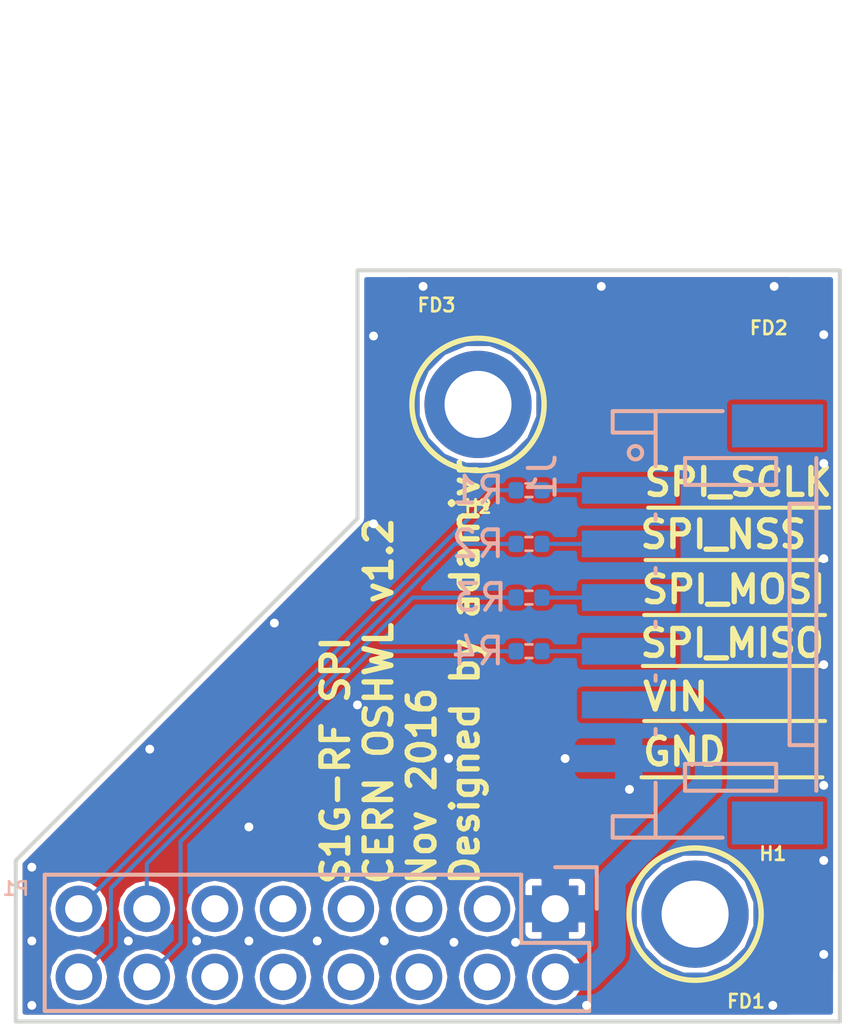
<source format=kicad_pcb>
(kicad_pcb (version 20160815) (host pcbnew "(2016-11-06 revision 9ab7cfe)-makepkg")

  (general
    (links 10)
    (no_connects 9)
    (area 87.174999 33.924999 118.075001 62.075001)
    (thickness 1.6)
    (drawings 20)
    (tracks 113)
    (zones 0)
    (modules 11)
    (nets 26)
  )

  (page A4)
  (layers
    (0 F.Cu signal)
    (31 B.Cu signal)
    (32 B.Adhes user)
    (33 F.Adhes user)
    (34 B.Paste user)
    (35 F.Paste user)
    (36 B.SilkS user)
    (37 F.SilkS user)
    (38 B.Mask user)
    (39 F.Mask user)
    (40 Dwgs.User user)
    (41 Cmts.User user)
    (42 Eco1.User user)
    (43 Eco2.User user)
    (44 Edge.Cuts user)
    (45 Margin user)
    (46 B.CrtYd user)
    (47 F.CrtYd user)
    (48 B.Fab user hide)
    (49 F.Fab user hide)
  )

  (setup
    (last_trace_width 1.016)
    (user_trace_width 0.1524)
    (user_trace_width 0.1778)
    (user_trace_width 0.508)
    (user_trace_width 0.635)
    (user_trace_width 1.016)
    (trace_clearance 0.1524)
    (zone_clearance 0.1778)
    (zone_45_only no)
    (trace_min 0.1524)
    (segment_width 0.15)
    (edge_width 0.15)
    (via_size 0.635)
    (via_drill 0.3302)
    (via_min_size 0.635)
    (via_min_drill 0.3302)
    (user_via 0.635 0.3302)
    (uvia_size 0.3)
    (uvia_drill 0.1)
    (uvias_allowed no)
    (uvia_min_size 0.2)
    (uvia_min_drill 0.1)
    (pcb_text_width 0.3)
    (pcb_text_size 1.5 1.5)
    (mod_edge_width 0.15)
    (mod_text_size 0.5 0.5)
    (mod_text_width 0.1)
    (pad_size 1.524 1.524)
    (pad_drill 0.762)
    (pad_to_mask_clearance 0.2)
    (aux_axis_origin 0 0)
    (visible_elements 7FFFFFFF)
    (pcbplotparams
      (layerselection 0x00030_ffffffff)
      (usegerberextensions false)
      (excludeedgelayer true)
      (linewidth 0.100000)
      (plotframeref false)
      (viasonmask false)
      (mode 1)
      (useauxorigin false)
      (hpglpennumber 1)
      (hpglpenspeed 20)
      (hpglpendiameter 15)
      (psnegative false)
      (psa4output false)
      (plotreference true)
      (plotvalue true)
      (plotinvisibletext false)
      (padsonsilk false)
      (subtractmaskfromsilk false)
      (outputformat 1)
      (mirror false)
      (drillshape 1)
      (scaleselection 1)
      (outputdirectory ""))
  )

  (net 0 "")
  (net 1 GND)
  (net 2 /VIN)
  (net 3 /USART1_TX)
  (net 4 /USART1_RX)
  (net 5 "Net-(P1-Pad10)")
  (net 6 "Net-(P1-Pad9)")
  (net 7 "Net-(P1-Pad8)")
  (net 8 "Net-(P1-Pad7)")
  (net 9 /SPI2_MISO)
  (net 10 /SPI2_MOSI)
  (net 11 /SPI2_NSS)
  (net 12 /SPI2_SCLK)
  (net 13 "Net-(P1-Pad12)")
  (net 14 "Net-(P1-Pad11)")
  (net 15 "Net-(P1-Pad4)")
  (net 16 "Net-(P1-Pad3)")
  (net 17 "Net-(H1-Pad1)")
  (net 18 "Net-(H2-Pad1)")
  (net 19 "Net-(FD1-Pad1)")
  (net 20 "Net-(FD2-Pad1)")
  (net 21 "Net-(FD3-Pad1)")
  (net 22 "Net-(J1-Pad4)")
  (net 23 "Net-(J1-Pad3)")
  (net 24 "Net-(J1-Pad2)")
  (net 25 "Net-(J1-Pad1)")

  (net_class Default "This is the default net class."
    (clearance 0.1524)
    (trace_width 0.1524)
    (via_dia 0.635)
    (via_drill 0.3302)
    (uvia_dia 0.3)
    (uvia_drill 0.1)
    (diff_pair_gap 0.254)
    (diff_pair_width 0.1524)
    (add_net /SPI2_MISO)
    (add_net /SPI2_MOSI)
    (add_net /SPI2_NSS)
    (add_net /SPI2_SCLK)
    (add_net /USART1_RX)
    (add_net /USART1_TX)
    (add_net /VIN)
    (add_net GND)
    (add_net "Net-(FD1-Pad1)")
    (add_net "Net-(FD2-Pad1)")
    (add_net "Net-(FD3-Pad1)")
    (add_net "Net-(H1-Pad1)")
    (add_net "Net-(H2-Pad1)")
    (add_net "Net-(J1-Pad1)")
    (add_net "Net-(J1-Pad2)")
    (add_net "Net-(J1-Pad3)")
    (add_net "Net-(J1-Pad4)")
    (add_net "Net-(P1-Pad10)")
    (add_net "Net-(P1-Pad11)")
    (add_net "Net-(P1-Pad12)")
    (add_net "Net-(P1-Pad3)")
    (add_net "Net-(P1-Pad4)")
    (add_net "Net-(P1-Pad7)")
    (add_net "Net-(P1-Pad8)")
    (add_net "Net-(P1-Pad9)")
  )

  (module PCB_Footprints:R0402 (layer B.Cu) (tedit 582A58F8) (tstamp 582A6D93)
    (at 106.4 48.2 180)
    (path /582B1B9A)
    (fp_text reference R4 (at 1.9 0 180) (layer B.SilkS)
      (effects (font (size 1 1) (thickness 0.15)) (justify mirror))
    )
    (fp_text value TNPW0402100RBEED (at 0 1.524 180) (layer B.Fab)
      (effects (font (size 1 1) (thickness 0.15)) (justify mirror))
    )
    (fp_line (start -0.127 0.254) (end 0.127 0.254) (layer B.SilkS) (width 0.1))
    (fp_line (start -0.127 -0.254) (end 0.127 -0.254) (layer B.SilkS) (width 0.1))
    (fp_line (start -0.965 -0.508) (end 0.965 -0.508) (layer Dwgs.User) (width 0.05))
    (fp_line (start -0.965 0.483) (end -0.965 -0.508) (layer Dwgs.User) (width 0.05))
    (fp_line (start 0.965 0.483) (end 0.965 -0.508) (layer Dwgs.User) (width 0.05))
    (fp_line (start -0.965 0.483) (end 0.965 0.483) (layer Dwgs.User) (width 0.05))
    (fp_line (start 0 0.127) (end 0 -0.127) (layer Dwgs.User) (width 0.05))
    (fp_line (start -0.127 0) (end 0.127 0) (layer Dwgs.User) (width 0.05))
    (fp_line (start 0.5 0.29) (end -0.5 0.29) (layer Eco1.User) (width 0.05))
    (fp_line (start 0.5 -0.29) (end 0.5 0.29) (layer Eco1.User) (width 0.05))
    (fp_line (start -0.5 -0.29) (end 0.5 -0.29) (layer Eco1.User) (width 0.05))
    (fp_line (start -0.5 0.29) (end -0.5 -0.29) (layer Eco1.User) (width 0.05))
    (pad 1 smd roundrect (at -0.483 0 180) (size 0.559 0.61) (layers B.Cu B.Paste B.Mask)(roundrect_rratio 0.25)
      (net 22 "Net-(J1-Pad4)") (solder_mask_margin 0.102))
    (pad 2 smd roundrect (at 0.483 0 180) (size 0.559 0.61) (layers B.Cu B.Paste B.Mask)(roundrect_rratio 0.25)
      (net 9 /SPI2_MISO) (solder_mask_margin 0.102))
    (model C:/Users/adam/Documents/GitHub/footprints/3D/STEP/RES0402.stp
      (at (xyz 0 0 0))
      (scale (xyz 1 1 1))
      (rotate (xyz 0 0 0))
    )
  )

  (module PCB_Footprints:R0402 (layer B.Cu) (tedit 582A58F5) (tstamp 582A6D5F)
    (at 106.4 46.2 180)
    (path /582B1F74)
    (fp_text reference R3 (at 1.8 0 180) (layer B.SilkS)
      (effects (font (size 1 1) (thickness 0.15)) (justify mirror))
    )
    (fp_text value TNPW0402100RBEED (at 0 1.524 180) (layer B.Fab)
      (effects (font (size 1 1) (thickness 0.15)) (justify mirror))
    )
    (fp_line (start -0.5 0.29) (end -0.5 -0.29) (layer Eco1.User) (width 0.05))
    (fp_line (start -0.5 -0.29) (end 0.5 -0.29) (layer Eco1.User) (width 0.05))
    (fp_line (start 0.5 -0.29) (end 0.5 0.29) (layer Eco1.User) (width 0.05))
    (fp_line (start 0.5 0.29) (end -0.5 0.29) (layer Eco1.User) (width 0.05))
    (fp_line (start -0.127 0) (end 0.127 0) (layer Dwgs.User) (width 0.05))
    (fp_line (start 0 0.127) (end 0 -0.127) (layer Dwgs.User) (width 0.05))
    (fp_line (start -0.965 0.483) (end 0.965 0.483) (layer Dwgs.User) (width 0.05))
    (fp_line (start 0.965 0.483) (end 0.965 -0.508) (layer Dwgs.User) (width 0.05))
    (fp_line (start -0.965 0.483) (end -0.965 -0.508) (layer Dwgs.User) (width 0.05))
    (fp_line (start -0.965 -0.508) (end 0.965 -0.508) (layer Dwgs.User) (width 0.05))
    (fp_line (start -0.127 -0.254) (end 0.127 -0.254) (layer B.SilkS) (width 0.1))
    (fp_line (start -0.127 0.254) (end 0.127 0.254) (layer B.SilkS) (width 0.1))
    (pad 2 smd roundrect (at 0.483 0 180) (size 0.559 0.61) (layers B.Cu B.Paste B.Mask)(roundrect_rratio 0.25)
      (net 10 /SPI2_MOSI) (solder_mask_margin 0.102))
    (pad 1 smd roundrect (at -0.483 0 180) (size 0.559 0.61) (layers B.Cu B.Paste B.Mask)(roundrect_rratio 0.25)
      (net 23 "Net-(J1-Pad3)") (solder_mask_margin 0.102))
    (model C:/Users/adam/Documents/GitHub/footprints/3D/STEP/RES0402.stp
      (at (xyz 0 0 0))
      (scale (xyz 1 1 1))
      (rotate (xyz 0 0 0))
    )
  )

  (module PCB_Footprints:R0402 (layer B.Cu) (tedit 582A58F1) (tstamp 582A6D2B)
    (at 106.4 44.2 180)
    (path /582B209D)
    (fp_text reference R2 (at 1.9 0 180) (layer B.SilkS)
      (effects (font (size 1 1) (thickness 0.15)) (justify mirror))
    )
    (fp_text value TNPW0402100RBEED (at 0 1.524 180) (layer B.Fab)
      (effects (font (size 1 1) (thickness 0.15)) (justify mirror))
    )
    (fp_line (start -0.127 0.254) (end 0.127 0.254) (layer B.SilkS) (width 0.1))
    (fp_line (start -0.127 -0.254) (end 0.127 -0.254) (layer B.SilkS) (width 0.1))
    (fp_line (start -0.965 -0.508) (end 0.965 -0.508) (layer Dwgs.User) (width 0.05))
    (fp_line (start -0.965 0.483) (end -0.965 -0.508) (layer Dwgs.User) (width 0.05))
    (fp_line (start 0.965 0.483) (end 0.965 -0.508) (layer Dwgs.User) (width 0.05))
    (fp_line (start -0.965 0.483) (end 0.965 0.483) (layer Dwgs.User) (width 0.05))
    (fp_line (start 0 0.127) (end 0 -0.127) (layer Dwgs.User) (width 0.05))
    (fp_line (start -0.127 0) (end 0.127 0) (layer Dwgs.User) (width 0.05))
    (fp_line (start 0.5 0.29) (end -0.5 0.29) (layer Eco1.User) (width 0.05))
    (fp_line (start 0.5 -0.29) (end 0.5 0.29) (layer Eco1.User) (width 0.05))
    (fp_line (start -0.5 -0.29) (end 0.5 -0.29) (layer Eco1.User) (width 0.05))
    (fp_line (start -0.5 0.29) (end -0.5 -0.29) (layer Eco1.User) (width 0.05))
    (pad 1 smd roundrect (at -0.483 0 180) (size 0.559 0.61) (layers B.Cu B.Paste B.Mask)(roundrect_rratio 0.25)
      (net 24 "Net-(J1-Pad2)") (solder_mask_margin 0.102))
    (pad 2 smd roundrect (at 0.483 0 180) (size 0.559 0.61) (layers B.Cu B.Paste B.Mask)(roundrect_rratio 0.25)
      (net 11 /SPI2_NSS) (solder_mask_margin 0.102))
    (model C:/Users/adam/Documents/GitHub/footprints/3D/STEP/RES0402.stp
      (at (xyz 0 0 0))
      (scale (xyz 1 1 1))
      (rotate (xyz 0 0 0))
    )
  )

  (module PCB_Footprints:R0402 (layer B.Cu) (tedit 582A58EF) (tstamp 582A6CF7)
    (at 106.4 42.2 180)
    (path /582B20B4)
    (fp_text reference R1 (at 1.9 0 180) (layer B.SilkS)
      (effects (font (size 1 1) (thickness 0.15)) (justify mirror))
    )
    (fp_text value TNPW0402100RBEED (at 0 1.524 180) (layer B.Fab)
      (effects (font (size 1 1) (thickness 0.15)) (justify mirror))
    )
    (fp_line (start -0.5 0.29) (end -0.5 -0.29) (layer Eco1.User) (width 0.05))
    (fp_line (start -0.5 -0.29) (end 0.5 -0.29) (layer Eco1.User) (width 0.05))
    (fp_line (start 0.5 -0.29) (end 0.5 0.29) (layer Eco1.User) (width 0.05))
    (fp_line (start 0.5 0.29) (end -0.5 0.29) (layer Eco1.User) (width 0.05))
    (fp_line (start -0.127 0) (end 0.127 0) (layer Dwgs.User) (width 0.05))
    (fp_line (start 0 0.127) (end 0 -0.127) (layer Dwgs.User) (width 0.05))
    (fp_line (start -0.965 0.483) (end 0.965 0.483) (layer Dwgs.User) (width 0.05))
    (fp_line (start 0.965 0.483) (end 0.965 -0.508) (layer Dwgs.User) (width 0.05))
    (fp_line (start -0.965 0.483) (end -0.965 -0.508) (layer Dwgs.User) (width 0.05))
    (fp_line (start -0.965 -0.508) (end 0.965 -0.508) (layer Dwgs.User) (width 0.05))
    (fp_line (start -0.127 -0.254) (end 0.127 -0.254) (layer B.SilkS) (width 0.1))
    (fp_line (start -0.127 0.254) (end 0.127 0.254) (layer B.SilkS) (width 0.1))
    (pad 2 smd roundrect (at 0.483 0 180) (size 0.559 0.61) (layers B.Cu B.Paste B.Mask)(roundrect_rratio 0.25)
      (net 12 /SPI2_SCLK) (solder_mask_margin 0.102))
    (pad 1 smd roundrect (at -0.483 0 180) (size 0.559 0.61) (layers B.Cu B.Paste B.Mask)(roundrect_rratio 0.25)
      (net 25 "Net-(J1-Pad1)") (solder_mask_margin 0.102))
    (model C:/Users/adam/Documents/GitHub/footprints/3D/STEP/RES0402.stp
      (at (xyz 0 0 0))
      (scale (xyz 1 1 1))
      (rotate (xyz 0 0 0))
    )
  )

  (module "PCB_Footprints:S6B-PH-SM4-TB(LF)(SN)" (layer B.Cu) (tedit 58291C48) (tstamp 582A5581)
    (at 112.9 47.2 270)
    (descr http://www.jst-mfg.com/product/pdf/eng/ePH.pdf)
    (tags "connector jst ph")
    (path /58296331)
    (attr smd)
    (fp_text reference J1 (at -5.5 6 270) (layer B.SilkS)
      (effects (font (size 1 1) (thickness 0.15)) (justify mirror))
    )
    (fp_text value "S6B-PH-SM4-TB(LF)(SN)" (at 0 -6 270) (layer B.Fab)
      (effects (font (size 1 1) (thickness 0.15)) (justify mirror))
    )
    (fp_line (start 8.7 -5) (end -8.7 -5) (layer B.CrtYd) (width 0.05))
    (fp_line (start 8.7 5.05) (end 8.7 -5) (layer B.CrtYd) (width 0.05))
    (fp_line (start -8.7 5.05) (end 8.7 5.05) (layer B.CrtYd) (width 0.05))
    (fp_line (start -8.7 -5) (end -8.7 5.05) (layer B.CrtYd) (width 0.05))
    (fp_line (start 3.9 1.775) (end 4.1 1.775) (layer B.SilkS) (width 0.15))
    (fp_line (start 1.9 1.775) (end 2.1 1.775) (layer B.SilkS) (width 0.15))
    (fp_line (start -0.1 1.775) (end 0.1 1.775) (layer B.SilkS) (width 0.15))
    (fp_line (start -2.1 1.775) (end -1.9 1.775) (layer B.SilkS) (width 0.15))
    (fp_line (start -4.1 1.775) (end -3.9 1.775) (layer B.SilkS) (width 0.15))
    (fp_line (start 5.2 0.675) (end 6.2 0.675) (layer B.SilkS) (width 0.15))
    (fp_line (start 5.2 -2.725) (end 5.2 0.675) (layer B.SilkS) (width 0.15))
    (fp_line (start 6.2 -2.725) (end 5.2 -2.725) (layer B.SilkS) (width 0.15))
    (fp_line (start 6.2 0.675) (end 6.2 -2.725) (layer B.SilkS) (width 0.15))
    (fp_line (start -5.2 0.675) (end -6.2 0.675) (layer B.SilkS) (width 0.15))
    (fp_line (start -5.2 -2.725) (end -5.2 0.675) (layer B.SilkS) (width 0.15))
    (fp_line (start -6.2 -2.725) (end -5.2 -2.725) (layer B.SilkS) (width 0.15))
    (fp_line (start -6.2 0.675) (end -6.2 -2.725) (layer B.SilkS) (width 0.15))
    (fp_line (start -6.2 -4.225) (end 6.2 -4.225) (layer B.SilkS) (width 0.15))
    (fp_line (start 7.15 1.775) (end 7.95 1.775) (layer B.SilkS) (width 0.15))
    (fp_line (start 7.95 3.375) (end 7.95 -0.725) (layer B.SilkS) (width 0.15))
    (fp_line (start 7.15 3.375) (end 7.95 3.375) (layer B.SilkS) (width 0.15))
    (fp_line (start 7.15 1.775) (end 7.15 3.375) (layer B.SilkS) (width 0.15))
    (fp_line (start 5.9 1.775) (end 7.15 1.775) (layer B.SilkS) (width 0.15))
    (fp_line (start -7.15 1.775) (end -7.95 1.775) (layer B.SilkS) (width 0.15))
    (fp_line (start -7.95 3.375) (end -7.95 -0.725) (layer B.SilkS) (width 0.15))
    (fp_line (start -7.15 3.375) (end -7.95 3.375) (layer B.SilkS) (width 0.15))
    (fp_line (start -7.15 1.775) (end -7.15 3.375) (layer B.SilkS) (width 0.15))
    (fp_line (start -5.9 1.775) (end -7.15 1.775) (layer B.SilkS) (width 0.15))
    (fp_line (start 4.5 -3.225) (end 4.5 -4.225) (layer B.SilkS) (width 0.15))
    (fp_line (start -4.5 -3.225) (end 4.5 -3.225) (layer B.SilkS) (width 0.15))
    (fp_line (start -4.5 -4.225) (end -4.5 -3.225) (layer B.SilkS) (width 0.15))
    (fp_circle (center -6.4 2.525) (end -6.15 2.525) (layer B.SilkS) (width 0.15))
    (pad "" smd rect (at 7.4 -2.775 270) (size 1.6 3.4) (layers B.Cu B.Paste B.Mask))
    (pad "" smd rect (at -7.4 -2.775 270) (size 1.6 3.4) (layers B.Cu B.Paste B.Mask))
    (pad 6 smd rect (at 5 2.775 270) (size 1 3.5) (layers B.Cu B.Paste B.Mask)
      (net 1 GND))
    (pad 5 smd rect (at 3 2.775 270) (size 1 3.5) (layers B.Cu B.Paste B.Mask)
      (net 2 /VIN))
    (pad 4 smd rect (at 1 2.775 270) (size 1 3.5) (layers B.Cu B.Paste B.Mask)
      (net 22 "Net-(J1-Pad4)"))
    (pad 3 smd rect (at -1 2.775 270) (size 1 3.5) (layers B.Cu B.Paste B.Mask)
      (net 23 "Net-(J1-Pad3)"))
    (pad 2 smd rect (at -3 2.775 270) (size 1 3.5) (layers B.Cu B.Paste B.Mask)
      (net 24 "Net-(J1-Pad2)"))
    (pad 1 smd rect (at -5 2.775 270) (size 1 3.5) (layers B.Cu B.Paste B.Mask)
      (net 25 "Net-(J1-Pad1)"))
    (model "C:/Users/adam/Documents/GitHub/footprints/3D/STEP/S6B-PH-SM4-TB - S6B-PH-SM4.step"
      (at (xyz -0.6259842519685039 0.5039370078740159 0))
      (scale (xyz 1 1 1))
      (rotate (xyz 0 0 0))
    )
  )

  (module PCB_Footprints:FIDUCIAL (layer F.Cu) (tedit 57EC8453) (tstamp 5829394F)
    (at 101.2 35.2)
    (path /58297BDB)
    (clearance 0.508)
    (fp_text reference FD3 (at 1.75 0.1) (layer F.SilkS)
      (effects (font (size 0.5 0.5) (thickness 0.1)))
    )
    (fp_text value FIDUCIAL (at 0 -3.048) (layer F.Fab)
      (effects (font (size 0.5 0.5) (thickness 0.1)))
    )
    (pad 1 smd circle (at 0 0) (size 1.016 1.016) (layers F.Cu F.Mask)
      (net 21 "Net-(FD3-Pad1)") (solder_mask_margin 0.508))
  )

  (module PCB_Footprints:FIDUCIAL (layer F.Cu) (tedit 57EC8453) (tstamp 58293942)
    (at 116.8 35.2)
    (path /58297B91)
    (clearance 0.508)
    (fp_text reference FD2 (at -1.45 0.95) (layer F.SilkS)
      (effects (font (size 0.5 0.5) (thickness 0.1)))
    )
    (fp_text value FIDUCIAL (at 0 -3.048) (layer F.Fab)
      (effects (font (size 0.5 0.5) (thickness 0.1)))
    )
    (pad 1 smd circle (at 0 0) (size 1.016 1.016) (layers F.Cu F.Mask)
      (net 20 "Net-(FD2-Pad1)") (solder_mask_margin 0.508))
  )

  (module PCB_Footprints:FIDUCIAL (layer F.Cu) (tedit 57EC8453) (tstamp 58293935)
    (at 116.75 60.75)
    (path /58297ACC)
    (clearance 0.508)
    (fp_text reference FD1 (at -2.25 0.5) (layer F.SilkS)
      (effects (font (size 0.5 0.5) (thickness 0.1)))
    )
    (fp_text value FIDUCIAL (at 0 -3.048) (layer F.Fab)
      (effects (font (size 0.5 0.5) (thickness 0.1)))
    )
    (pad 1 smd circle (at 0 0) (size 1.016 1.016) (layers F.Cu F.Mask)
      (net 19 "Net-(FD1-Pad1)") (solder_mask_margin 0.508))
  )

  (module PCB_Footprints:M2.5_HOLE (layer F.Cu) (tedit 57E8C2CA) (tstamp 58293928)
    (at 104.5 39)
    (path /58297C51)
    (fp_text reference H2 (at 0 3.81) (layer F.SilkS)
      (effects (font (size 0.5 0.5) (thickness 0.1)))
    )
    (fp_text value M2.5_Hole (at 0 -3.683) (layer F.Fab)
      (effects (font (size 0.5 0.5) (thickness 0.1)))
    )
    (fp_circle (center 0 0) (end 2.032 1.397) (layer F.SilkS) (width 0.2))
    (pad 1 thru_hole circle (at 0 0) (size 4 4) (drill 2.5) (layers *.Cu *.Mask)
      (net 18 "Net-(H2-Pad1)"))
  )

  (module PCB_Footprints:M2.5_HOLE (layer F.Cu) (tedit 57E8C2CA) (tstamp 5829391B)
    (at 112.6 58 90)
    (path /58297A66)
    (fp_text reference H1 (at 2.25 2.9 180) (layer F.SilkS)
      (effects (font (size 0.5 0.5) (thickness 0.1)))
    )
    (fp_text value M2.5_Hole (at 0 -3.683 90) (layer F.Fab)
      (effects (font (size 0.5 0.5) (thickness 0.1)))
    )
    (fp_circle (center 0 0) (end 2.032 1.397) (layer F.SilkS) (width 0.2))
    (pad 1 thru_hole circle (at 0 0 90) (size 4 4) (drill 2.5) (layers *.Cu *.Mask)
      (net 17 "Net-(H1-Pad1)"))
  )

  (module Socket_Strips:Socket_Strip_Straight_2x08 (layer B.Cu) (tedit 0) (tstamp 58293619)
    (at 107.38 57.8 180)
    (descr "Through hole socket strip")
    (tags "socket strip")
    (path /582962C9)
    (fp_text reference P1 (at 20.13 0.75 180) (layer B.SilkS)
      (effects (font (size 0.5 0.5) (thickness 0.1)) (justify mirror))
    )
    (fp_text value CONN_02X08 (at 0 3.1 180) (layer B.Fab)
      (effects (font (size 0.5 0.5) (thickness 0.1)) (justify mirror))
    )
    (fp_line (start -1.55 1.55) (end -1.55 0) (layer B.SilkS) (width 0.15))
    (fp_line (start 1.27 -1.27) (end 1.27 1.27) (layer B.SilkS) (width 0.15))
    (fp_line (start -1.27 -1.27) (end 1.27 -1.27) (layer B.SilkS) (width 0.15))
    (fp_line (start 0 1.55) (end -1.55 1.55) (layer B.SilkS) (width 0.15))
    (fp_line (start -1.27 -3.81) (end -1.27 -1.27) (layer B.SilkS) (width 0.15))
    (fp_line (start 19.05 -3.81) (end 19.05 1.27) (layer B.SilkS) (width 0.15))
    (fp_line (start 1.27 1.27) (end 19.05 1.27) (layer B.SilkS) (width 0.15))
    (fp_line (start 19.05 -3.81) (end -1.27 -3.81) (layer B.SilkS) (width 0.15))
    (fp_line (start -1.75 -4.3) (end 19.55 -4.3) (layer B.CrtYd) (width 0.05))
    (fp_line (start -1.75 1.75) (end 19.55 1.75) (layer B.CrtYd) (width 0.05))
    (fp_line (start 19.55 1.75) (end 19.55 -4.3) (layer B.CrtYd) (width 0.05))
    (fp_line (start -1.75 1.75) (end -1.75 -4.3) (layer B.CrtYd) (width 0.05))
    (pad 16 thru_hole oval (at 17.78 -2.54 180) (size 1.7272 1.7272) (drill 1.016) (layers *.Cu *.Mask)
      (net 11 /SPI2_NSS))
    (pad 15 thru_hole oval (at 17.78 0 180) (size 1.7272 1.7272) (drill 1.016) (layers *.Cu *.Mask)
      (net 12 /SPI2_SCLK))
    (pad 14 thru_hole oval (at 15.24 -2.54 180) (size 1.7272 1.7272) (drill 1.016) (layers *.Cu *.Mask)
      (net 9 /SPI2_MISO))
    (pad 13 thru_hole oval (at 15.24 0 180) (size 1.7272 1.7272) (drill 1.016) (layers *.Cu *.Mask)
      (net 10 /SPI2_MOSI))
    (pad 12 thru_hole oval (at 12.7 -2.54 180) (size 1.7272 1.7272) (drill 1.016) (layers *.Cu *.Mask)
      (net 13 "Net-(P1-Pad12)"))
    (pad 11 thru_hole oval (at 12.7 0 180) (size 1.7272 1.7272) (drill 1.016) (layers *.Cu *.Mask)
      (net 14 "Net-(P1-Pad11)"))
    (pad 10 thru_hole oval (at 10.16 -2.54 180) (size 1.7272 1.7272) (drill 1.016) (layers *.Cu *.Mask)
      (net 5 "Net-(P1-Pad10)"))
    (pad 9 thru_hole oval (at 10.16 0 180) (size 1.7272 1.7272) (drill 1.016) (layers *.Cu *.Mask)
      (net 6 "Net-(P1-Pad9)"))
    (pad 8 thru_hole oval (at 7.62 -2.54 180) (size 1.7272 1.7272) (drill 1.016) (layers *.Cu *.Mask)
      (net 7 "Net-(P1-Pad8)"))
    (pad 7 thru_hole oval (at 7.62 0 180) (size 1.7272 1.7272) (drill 1.016) (layers *.Cu *.Mask)
      (net 8 "Net-(P1-Pad7)"))
    (pad 6 thru_hole oval (at 5.08 -2.54 180) (size 1.7272 1.7272) (drill 1.016) (layers *.Cu *.Mask)
      (net 4 /USART1_RX))
    (pad 5 thru_hole oval (at 5.08 0 180) (size 1.7272 1.7272) (drill 1.016) (layers *.Cu *.Mask)
      (net 3 /USART1_TX))
    (pad 4 thru_hole oval (at 2.54 -2.54 180) (size 1.7272 1.7272) (drill 1.016) (layers *.Cu *.Mask)
      (net 15 "Net-(P1-Pad4)"))
    (pad 3 thru_hole oval (at 2.54 0 180) (size 1.7272 1.7272) (drill 1.016) (layers *.Cu *.Mask)
      (net 16 "Net-(P1-Pad3)"))
    (pad 2 thru_hole oval (at 0 -2.54 180) (size 1.7272 1.7272) (drill 1.016) (layers *.Cu *.Mask)
      (net 2 /VIN))
    (pad 1 thru_hole rect (at 0 0 180) (size 1.7272 1.7272) (drill 1.016) (layers *.Cu *.Mask)
      (net 1 GND))
    (model C:/Users/adam/Documents/GitHub/footprints/3D/STEP/901512116.stp
      (at (xyz 0.3503937007874016 -0.05 0.1673228346456693))
      (scale (xyz 1 1 1))
      (rotate (xyz -90 0 0))
    )
  )

  (gr_line (start 110.6 52.9) (end 117.35 52.9) (layer F.SilkS) (width 0.15) (tstamp 5829665E))
  (gr_line (start 110.7 50.8) (end 117.45 50.8) (layer F.SilkS) (width 0.15) (tstamp 5829665D))
  (gr_line (start 110.65 48.75) (end 117.4 48.75) (layer F.SilkS) (width 0.15) (tstamp 58296651))
  (gr_line (start 110.7 46.85) (end 117.45 46.85) (layer F.SilkS) (width 0.15) (tstamp 58296650))
  (gr_line (start 110.75 44.8) (end 117.5 44.8) (layer F.SilkS) (width 0.15) (tstamp 5829664F))
  (gr_line (start 110.85 42.85) (end 117.6 42.85) (layer F.SilkS) (width 0.15))
  (gr_text "S1G-RF SPI\nCERN OSHWL v1.2\nNov 2016\nDesigned by adamjvr" (at 101.6 57 90) (layer F.SilkS) (tstamp 58296621)
    (effects (font (size 1 1) (thickness 0.2)) (justify left))
  )
  (gr_text GND (at 110.55 51.95) (layer F.SilkS) (tstamp 582965FC)
    (effects (font (size 1 1) (thickness 0.2)) (justify left))
  )
  (gr_text VIN (at 110.55 49.9) (layer F.SilkS) (tstamp 582965F9)
    (effects (font (size 1 1) (thickness 0.2)) (justify left))
  )
  (gr_text SPI_MISO (at 110.45 47.9) (layer F.SilkS) (tstamp 582965E4)
    (effects (font (size 1 1) (thickness 0.2)) (justify left))
  )
  (gr_text SPI_MOSI (at 110.5 45.9) (layer F.SilkS) (tstamp 582965E0)
    (effects (font (size 1 1) (thickness 0.2)) (justify left))
  )
  (gr_text SPI_NSS (at 110.45 43.85) (layer F.SilkS) (tstamp 582965DC)
    (effects (font (size 1 1) (thickness 0.2)) (justify left))
  )
  (gr_text "SPI_SCLK\n" (at 110.6 41.9) (layer F.SilkS)
    (effects (font (size 1 1) (thickness 0.2)) (justify left))
  )
  (gr_line (start 87.25 56) (end 87.25 62) (layer Edge.Cuts) (width 0.15))
  (gr_line (start 100 43.25) (end 87.25 56) (layer Edge.Cuts) (width 0.15))
  (gr_line (start 100 43.25) (end 100 34) (layer Edge.Cuts) (width 0.15) (tstamp 58294786))
  (gr_line (start 118 34) (end 100 34) (layer Edge.Cuts) (width 0.15) (tstamp 58294714))
  (gr_line (start 118 34) (end 118 62) (layer Edge.Cuts) (width 0.15) (tstamp 58294706))
  (gr_line (start 116.5 24) (end 116.5 62) (layer Dwgs.User) (width 0.15))
  (gr_line (start 118 62) (end 87.25 62) (layer Edge.Cuts) (width 0.15))

  (segment (start 100 44) (end 96.25 47.75) (width 0.25) (layer Dwgs.User) (net 0))
  (segment (start 95.95 54.75) (end 95.95 54.25) (width 1.016) (layer B.Cu) (net 1))
  (segment (start 95.95 54.25) (end 100 50.2) (width 1.016) (layer B.Cu) (net 1))
  (via (at 100 50.2) (size 0.635) (drill 0.3302) (layers F.Cu B.Cu) (net 1))
  (segment (start 103.4 52.2) (end 98.5 52.2) (width 1.016) (layer F.Cu) (net 1))
  (segment (start 98.5 52.2) (end 95.95 54.75) (width 1.016) (layer F.Cu) (net 1))
  (via (at 95.95 54.75) (size 0.635) (drill 0.3302) (layers F.Cu B.Cu) (net 1))
  (segment (start 107.75 52.2) (end 103.4 52.2) (width 1.016) (layer B.Cu) (net 1))
  (via (at 103.4 52.2) (size 0.635) (drill 0.3302) (layers F.Cu B.Cu) (net 1))
  (segment (start 110.125 52.2) (end 110.125 53.325) (width 1.016) (layer B.Cu) (net 1))
  (segment (start 110.125 53.325) (end 110.15 53.35) (width 1.016) (layer B.Cu) (net 1))
  (via (at 110.15 53.35) (size 0.635) (drill 0.3302) (layers F.Cu B.Cu) (net 1))
  (segment (start 110.125 52.2) (end 107.75 52.2) (width 1.016) (layer B.Cu) (net 1))
  (via (at 107.75 52.2) (size 0.635) (drill 0.3302) (layers F.Cu B.Cu) (net 1))
  (segment (start 117.4 48.7) (end 117.4 44.75) (width 0.1524) (layer F.Cu) (net 1))
  (segment (start 117.4 41.2) (end 117.4 44.75) (width 0.1524) (layer F.Cu) (net 1))
  (via (at 117.4 44.75) (size 0.635) (drill 0.3302) (layers F.Cu B.Cu) (net 1))
  (via (at 117.4 41.2) (size 0.635) (drill 0.3302) (layers F.Cu B.Cu) (net 1))
  (segment (start 100.6 43.45) (end 96.9 47.15) (width 0.1524) (layer F.Cu) (net 1))
  (segment (start 92.25 51.85) (end 96.9 47.2) (width 0.1524) (layer F.Cu) (net 1))
  (segment (start 96.9 47.2) (end 96.9 47.15) (width 0.1524) (layer F.Cu) (net 1))
  (via (at 96.9 47.15) (size 0.635) (drill 0.3302) (layers F.Cu B.Cu) (net 1))
  (segment (start 87.85 56.25) (end 92.25 51.85) (width 0.1524) (layer B.Cu) (net 1))
  (segment (start 92.25 51.85) (end 100.6 43.5) (width 0.1524) (layer B.Cu) (net 1))
  (via (at 92.25 51.85) (size 0.635) (drill 0.3302) (layers F.Cu B.Cu) (net 1))
  (segment (start 109.1 34.6) (end 115.55 34.6) (width 0.1524) (layer F.Cu) (net 1))
  (segment (start 102.45 34.6) (end 109.1 34.6) (width 0.1524) (layer F.Cu) (net 1))
  (via (at 109.1 34.6) (size 0.635) (drill 0.3302) (layers F.Cu B.Cu) (net 1))
  (via (at 115.55 34.6) (size 0.635) (drill 0.3302) (layers F.Cu B.Cu) (net 1))
  (segment (start 100.6 36.45) (end 102.45 34.6) (width 0.1524) (layer B.Cu) (net 1))
  (via (at 102.45 34.6) (size 0.635) (drill 0.3302) (layers F.Cu B.Cu) (net 1))
  (segment (start 100.6 43.45) (end 100.6 36.45) (width 0.1524) (layer F.Cu) (net 1))
  (via (at 100.6 36.45) (size 0.635) (drill 0.3302) (layers F.Cu B.Cu) (net 1))
  (segment (start 100.6 43.5) (end 100.6 43.45) (width 0.1524) (layer B.Cu) (net 1))
  (via (at 100.6 43.45) (size 0.635) (drill 0.3302) (layers F.Cu B.Cu) (net 1))
  (segment (start 103.6 59.05) (end 105.9 59.05) (width 0.1524) (layer F.Cu) (net 1))
  (via (at 105.9 59.05) (size 0.635) (drill 0.3302) (layers F.Cu B.Cu) (net 1))
  (segment (start 101 59) (end 103.55 59) (width 0.1524) (layer B.Cu) (net 1))
  (segment (start 103.55 59) (end 103.6 59.05) (width 0.1524) (layer B.Cu) (net 1))
  (via (at 103.6 59.05) (size 0.635) (drill 0.3302) (layers F.Cu B.Cu) (net 1))
  (segment (start 98.5 59) (end 101 59) (width 0.1524) (layer B.Cu) (net 1))
  (via (at 101 59) (size 0.635) (drill 0.3302) (layers F.Cu B.Cu) (net 1))
  (segment (start 95.95 59) (end 98.5 59) (width 0.1524) (layer F.Cu) (net 1))
  (via (at 98.5 59) (size 0.635) (drill 0.3302) (layers F.Cu B.Cu) (net 1))
  (segment (start 94 59) (end 95.95 59) (width 0.1524) (layer F.Cu) (net 1))
  (via (at 95.95 59) (size 0.635) (drill 0.3302) (layers F.Cu B.Cu) (net 1))
  (segment (start 91.45 59) (end 94 59) (width 0.1524) (layer F.Cu) (net 1))
  (via (at 94 59) (size 0.635) (drill 0.3302) (layers F.Cu B.Cu) (net 1))
  (segment (start 87.85 59) (end 91.45 59) (width 0.1524) (layer F.Cu) (net 1))
  (via (at 91.45 59) (size 0.635) (drill 0.3302) (layers F.Cu B.Cu) (net 1))
  (segment (start 87.85 56.25) (end 87.85 59) (width 0.1524) (layer B.Cu) (net 1))
  (segment (start 87.85 59) (end 87.85 61.4) (width 0.1524) (layer B.Cu) (net 1))
  (via (at 87.85 59) (size 0.635) (drill 0.3302) (layers F.Cu B.Cu) (net 1))
  (segment (start 87.85 61.4) (end 87.85 59) (width 0.1524) (layer F.Cu) (net 1))
  (via (at 87.85 61.4) (size 0.635) (drill 0.3302) (layers F.Cu B.Cu) (net 1))
  (segment (start 107.38 57.8) (end 107.38 56.784) (width 0.1524) (layer F.Cu) (net 1))
  (segment (start 107.38 56.784) (end 106.846 56.25) (width 0.1524) (layer F.Cu) (net 1))
  (segment (start 106.846 56.25) (end 87.85 56.25) (width 0.1524) (layer F.Cu) (net 1))
  (via (at 87.85 56.25) (size 0.635) (drill 0.3302) (layers F.Cu B.Cu) (net 1))
  (segment (start 115.5 61.4) (end 108.55 61.4) (width 0.1524) (layer F.Cu) (net 1))
  (via (at 108.55 61.4) (size 0.635) (drill 0.3302) (layers F.Cu B.Cu) (net 1))
  (segment (start 117.4 59.5) (end 115.5 61.4) (width 0.1524) (layer B.Cu) (net 1))
  (via (at 115.5 61.4) (size 0.635) (drill 0.3302) (layers F.Cu B.Cu) (net 1))
  (segment (start 117.4 59.5) (end 117.4 56) (width 0.1524) (layer B.Cu) (net 1))
  (via (at 117.4 56) (size 0.635) (drill 0.3302) (layers F.Cu B.Cu) (net 1))
  (segment (start 117.4 48.7) (end 117.4 53.2) (width 0.1524) (layer F.Cu) (net 1))
  (via (at 117.4 53.2) (size 0.635) (drill 0.3302) (layers F.Cu B.Cu) (net 1))
  (segment (start 117.603601 39.1) (end 117.603601 40.996399) (width 0.1524) (layer B.Cu) (net 1))
  (segment (start 117.603601 37.052613) (end 117.603601 39.1) (width 0.1524) (layer B.Cu) (net 1))
  (segment (start 117.603601 39.1) (end 117.603601 48.496399) (width 0.1524) (layer B.Cu) (net 1))
  (via (at 117.4 48.7) (size 0.635) (drill 0.3302) (layers F.Cu B.Cu) (net 1))
  (segment (start 117.603601 48.496399) (end 117.4 48.7) (width 0.1524) (layer B.Cu) (net 1))
  (segment (start 117.603601 55.796399) (end 117.4 56) (width 0.1524) (layer B.Cu) (net 1))
  (via (at 117.4 59.5) (size 0.635) (drill 0.3302) (layers F.Cu B.Cu) (net 1))
  (segment (start 117.4 41.2) (end 117.603601 41.403601) (width 0.1524) (layer B.Cu) (net 1))
  (segment (start 117.603601 41.403601) (end 117.603601 55.796399) (width 0.1524) (layer B.Cu) (net 1))
  (segment (start 117.603601 40.996399) (end 117.4 41.2) (width 0.1524) (layer B.Cu) (net 1))
  (segment (start 117.4 36.4) (end 117.4 36.849012) (width 0.1524) (layer B.Cu) (net 1))
  (segment (start 117.4 36.849012) (end 117.603601 37.052613) (width 0.1524) (layer B.Cu) (net 1))
  (segment (start 107.38 57.8) (end 107.38 38.58167) (width 0.1524) (layer F.Cu) (net 1))
  (segment (start 107.38 38.58167) (end 109.56167 36.4) (width 0.1524) (layer F.Cu) (net 1))
  (segment (start 109.56167 36.4) (end 117.4 36.4) (width 0.1524) (layer F.Cu) (net 1))
  (via (at 117.4 36.4) (size 0.635) (drill 0.3302) (layers F.Cu B.Cu) (net 1))
  (segment (start 110.125 50.2) (end 112.3 50.2) (width 1.016) (layer B.Cu) (net 2))
  (segment (start 112.3 50.2) (end 113.1 51) (width 1.016) (layer B.Cu) (net 2))
  (segment (start 113.1 51) (end 113.1 53.1) (width 1.016) (layer B.Cu) (net 2))
  (segment (start 113.1 53.1) (end 109.5 56.7) (width 1.016) (layer B.Cu) (net 2))
  (segment (start 109.5 56.7) (end 109.5 59.441314) (width 1.016) (layer B.Cu) (net 2))
  (segment (start 109.5 59.441314) (end 108.601314 60.34) (width 1.016) (layer B.Cu) (net 2))
  (segment (start 108.601314 60.34) (end 107.38 60.34) (width 1.016) (layer B.Cu) (net 2))
  (via (at 107.38 60.34) (size 0.635) (drill 0.3302) (layers F.Cu B.Cu) (net 2))
  (segment (start 93.003599 59.476401) (end 92.14 60.34) (width 0.1524) (layer B.Cu) (net 9))
  (segment (start 93.4 59.08) (end 93.003599 59.476401) (width 0.1524) (layer B.Cu) (net 9))
  (segment (start 105.917 48.2) (end 100.493198 48.2) (width 0.1524) (layer B.Cu) (net 9))
  (segment (start 93.4 55.293198) (end 93.4 59.08) (width 0.1524) (layer B.Cu) (net 9))
  (segment (start 100.493198 48.2) (end 93.4 55.293198) (width 0.1524) (layer B.Cu) (net 9))
  (segment (start 102.062132 46.2) (end 92.14 56.122132) (width 0.1524) (layer B.Cu) (net 10))
  (segment (start 92.14 56.122132) (end 92.14 56.578686) (width 0.1524) (layer B.Cu) (net 10))
  (segment (start 92.14 56.578686) (end 92.14 57.8) (width 0.1524) (layer B.Cu) (net 10))
  (segment (start 105.917 46.2) (end 102.062132 46.2) (width 0.1524) (layer B.Cu) (net 10))
  (segment (start 90.8 59.14) (end 90.463599 59.476401) (width 0.1524) (layer B.Cu) (net 11))
  (segment (start 90.463599 59.476401) (end 89.6 60.34) (width 0.1524) (layer B.Cu) (net 11))
  (segment (start 90.8 57.031066) (end 90.8 59.14) (width 0.1524) (layer B.Cu) (net 11))
  (segment (start 105.917 44.2) (end 103.631066 44.2) (width 0.1524) (layer B.Cu) (net 11))
  (segment (start 103.631066 44.2) (end 90.8 57.031066) (width 0.1524) (layer B.Cu) (net 11))
  (segment (start 89.6 57.8) (end 105.2 42.2) (width 0.1524) (layer B.Cu) (net 12))
  (segment (start 105.2 42.2) (end 105.917 42.2) (width 0.1524) (layer B.Cu) (net 12))
  (segment (start 106.883 48.2) (end 107.2625 48.2) (width 0.1524) (layer B.Cu) (net 22))
  (segment (start 107.2625 48.2) (end 110.125 48.2) (width 0.1524) (layer B.Cu) (net 22))
  (segment (start 106.883 46.2) (end 110.125 46.2) (width 0.1524) (layer B.Cu) (net 23))
  (segment (start 106.883 44.2) (end 110.125 44.2) (width 0.1524) (layer B.Cu) (net 24))
  (segment (start 106.883 42.2) (end 107.2625 42.2) (width 0.1524) (layer B.Cu) (net 25))
  (segment (start 107.2625 42.2) (end 110.125 42.2) (width 0.1524) (layer B.Cu) (net 25))

  (zone (net 1) (net_name GND) (layer F.Cu) (tstamp 0) (hatch edge 0.508)
    (connect_pads (clearance 0.1778))
    (min_thickness 0.1778)
    (fill yes (arc_segments 16) (thermal_gap 0.254) (thermal_bridge_width 1.016))
    (polygon
      (pts
        (xy 100 34) (xy 100 43.25) (xy 87.25 56) (xy 87.25 62) (xy 118 62)
        (xy 118 34)
      )
    )
    (filled_polygon
      (pts
        (xy 115.863858 34.573307) (xy 115.695292 34.979258) (xy 115.694909 35.418814) (xy 115.862765 35.825058) (xy 116.173307 36.136142)
        (xy 116.579258 36.304708) (xy 117.018814 36.305091) (xy 117.425058 36.137235) (xy 117.6583 35.904399) (xy 117.6583 60.095956)
        (xy 117.376693 59.813858) (xy 116.970742 59.645292) (xy 116.531186 59.644909) (xy 116.124942 59.812765) (xy 115.813858 60.123307)
        (xy 115.645292 60.529258) (xy 115.644909 60.968814) (xy 115.812765 61.375058) (xy 116.095514 61.6583) (xy 87.5917 61.6583)
        (xy 87.5917 60.34) (xy 88.447556 60.34) (xy 88.533595 60.772547) (xy 88.778613 61.139243) (xy 89.145309 61.384261)
        (xy 89.577856 61.4703) (xy 89.622144 61.4703) (xy 90.054691 61.384261) (xy 90.421387 61.139243) (xy 90.666405 60.772547)
        (xy 90.752444 60.34) (xy 90.987556 60.34) (xy 91.073595 60.772547) (xy 91.318613 61.139243) (xy 91.685309 61.384261)
        (xy 92.117856 61.4703) (xy 92.162144 61.4703) (xy 92.594691 61.384261) (xy 92.961387 61.139243) (xy 93.206405 60.772547)
        (xy 93.292444 60.34) (xy 93.527556 60.34) (xy 93.613595 60.772547) (xy 93.858613 61.139243) (xy 94.225309 61.384261)
        (xy 94.657856 61.4703) (xy 94.702144 61.4703) (xy 95.134691 61.384261) (xy 95.501387 61.139243) (xy 95.746405 60.772547)
        (xy 95.832444 60.34) (xy 96.067556 60.34) (xy 96.153595 60.772547) (xy 96.398613 61.139243) (xy 96.765309 61.384261)
        (xy 97.197856 61.4703) (xy 97.242144 61.4703) (xy 97.674691 61.384261) (xy 98.041387 61.139243) (xy 98.286405 60.772547)
        (xy 98.372444 60.34) (xy 98.607556 60.34) (xy 98.693595 60.772547) (xy 98.938613 61.139243) (xy 99.305309 61.384261)
        (xy 99.737856 61.4703) (xy 99.782144 61.4703) (xy 100.214691 61.384261) (xy 100.581387 61.139243) (xy 100.826405 60.772547)
        (xy 100.912444 60.34) (xy 101.147556 60.34) (xy 101.233595 60.772547) (xy 101.478613 61.139243) (xy 101.845309 61.384261)
        (xy 102.277856 61.4703) (xy 102.322144 61.4703) (xy 102.754691 61.384261) (xy 103.121387 61.139243) (xy 103.366405 60.772547)
        (xy 103.452444 60.34) (xy 103.687556 60.34) (xy 103.773595 60.772547) (xy 104.018613 61.139243) (xy 104.385309 61.384261)
        (xy 104.817856 61.4703) (xy 104.862144 61.4703) (xy 105.294691 61.384261) (xy 105.661387 61.139243) (xy 105.906405 60.772547)
        (xy 105.992444 60.34) (xy 106.227556 60.34) (xy 106.313595 60.772547) (xy 106.558613 61.139243) (xy 106.925309 61.384261)
        (xy 107.357856 61.4703) (xy 107.402144 61.4703) (xy 107.834691 61.384261) (xy 108.201387 61.139243) (xy 108.446405 60.772547)
        (xy 108.532444 60.34) (xy 108.446405 59.907453) (xy 108.201387 59.540757) (xy 107.834691 59.295739) (xy 107.402144 59.2097)
        (xy 107.357856 59.2097) (xy 106.925309 59.295739) (xy 106.558613 59.540757) (xy 106.313595 59.907453) (xy 106.227556 60.34)
        (xy 105.992444 60.34) (xy 105.906405 59.907453) (xy 105.661387 59.540757) (xy 105.294691 59.295739) (xy 104.862144 59.2097)
        (xy 104.817856 59.2097) (xy 104.385309 59.295739) (xy 104.018613 59.540757) (xy 103.773595 59.907453) (xy 103.687556 60.34)
        (xy 103.452444 60.34) (xy 103.366405 59.907453) (xy 103.121387 59.540757) (xy 102.754691 59.295739) (xy 102.322144 59.2097)
        (xy 102.277856 59.2097) (xy 101.845309 59.295739) (xy 101.478613 59.540757) (xy 101.233595 59.907453) (xy 101.147556 60.34)
        (xy 100.912444 60.34) (xy 100.826405 59.907453) (xy 100.581387 59.540757) (xy 100.214691 59.295739) (xy 99.782144 59.2097)
        (xy 99.737856 59.2097) (xy 99.305309 59.295739) (xy 98.938613 59.540757) (xy 98.693595 59.907453) (xy 98.607556 60.34)
        (xy 98.372444 60.34) (xy 98.286405 59.907453) (xy 98.041387 59.540757) (xy 97.674691 59.295739) (xy 97.242144 59.2097)
        (xy 97.197856 59.2097) (xy 96.765309 59.295739) (xy 96.398613 59.540757) (xy 96.153595 59.907453) (xy 96.067556 60.34)
        (xy 95.832444 60.34) (xy 95.746405 59.907453) (xy 95.501387 59.540757) (xy 95.134691 59.295739) (xy 94.702144 59.2097)
        (xy 94.657856 59.2097) (xy 94.225309 59.295739) (xy 93.858613 59.540757) (xy 93.613595 59.907453) (xy 93.527556 60.34)
        (xy 93.292444 60.34) (xy 93.206405 59.907453) (xy 92.961387 59.540757) (xy 92.594691 59.295739) (xy 92.162144 59.2097)
        (xy 92.117856 59.2097) (xy 91.685309 59.295739) (xy 91.318613 59.540757) (xy 91.073595 59.907453) (xy 90.987556 60.34)
        (xy 90.752444 60.34) (xy 90.666405 59.907453) (xy 90.421387 59.540757) (xy 90.054691 59.295739) (xy 89.622144 59.2097)
        (xy 89.577856 59.2097) (xy 89.145309 59.295739) (xy 88.778613 59.540757) (xy 88.533595 59.907453) (xy 88.447556 60.34)
        (xy 87.5917 60.34) (xy 87.5917 57.8) (xy 88.447556 57.8) (xy 88.533595 58.232547) (xy 88.778613 58.599243)
        (xy 89.145309 58.844261) (xy 89.577856 58.9303) (xy 89.622144 58.9303) (xy 90.054691 58.844261) (xy 90.421387 58.599243)
        (xy 90.666405 58.232547) (xy 90.752444 57.8) (xy 90.987556 57.8) (xy 91.073595 58.232547) (xy 91.318613 58.599243)
        (xy 91.685309 58.844261) (xy 92.117856 58.9303) (xy 92.162144 58.9303) (xy 92.594691 58.844261) (xy 92.961387 58.599243)
        (xy 93.206405 58.232547) (xy 93.292444 57.8) (xy 93.527556 57.8) (xy 93.613595 58.232547) (xy 93.858613 58.599243)
        (xy 94.225309 58.844261) (xy 94.657856 58.9303) (xy 94.702144 58.9303) (xy 95.134691 58.844261) (xy 95.501387 58.599243)
        (xy 95.746405 58.232547) (xy 95.832444 57.8) (xy 96.067556 57.8) (xy 96.153595 58.232547) (xy 96.398613 58.599243)
        (xy 96.765309 58.844261) (xy 97.197856 58.9303) (xy 97.242144 58.9303) (xy 97.674691 58.844261) (xy 98.041387 58.599243)
        (xy 98.286405 58.232547) (xy 98.372444 57.8) (xy 98.607556 57.8) (xy 98.693595 58.232547) (xy 98.938613 58.599243)
        (xy 99.305309 58.844261) (xy 99.737856 58.9303) (xy 99.782144 58.9303) (xy 100.214691 58.844261) (xy 100.581387 58.599243)
        (xy 100.826405 58.232547) (xy 100.912444 57.8) (xy 101.147556 57.8) (xy 101.233595 58.232547) (xy 101.478613 58.599243)
        (xy 101.845309 58.844261) (xy 102.277856 58.9303) (xy 102.322144 58.9303) (xy 102.754691 58.844261) (xy 103.121387 58.599243)
        (xy 103.366405 58.232547) (xy 103.452444 57.8) (xy 103.687556 57.8) (xy 103.773595 58.232547) (xy 104.018613 58.599243)
        (xy 104.385309 58.844261) (xy 104.817856 58.9303) (xy 104.862144 58.9303) (xy 105.294691 58.844261) (xy 105.661387 58.599243)
        (xy 105.85811 58.304825) (xy 106.1735 58.304825) (xy 106.1735 58.731807) (xy 106.225703 58.857837) (xy 106.322163 58.954297)
        (xy 106.448193 59.0065) (xy 106.875175 59.0065) (xy 106.9609 58.920775) (xy 106.9609 58.2191) (xy 107.7991 58.2191)
        (xy 107.7991 58.920775) (xy 107.884825 59.0065) (xy 108.311807 59.0065) (xy 108.437837 58.954297) (xy 108.534297 58.857837)
        (xy 108.5865 58.731807) (xy 108.5865 58.448896) (xy 110.332908 58.448896) (xy 110.677265 59.282305) (xy 111.314341 59.920494)
        (xy 112.147147 60.266305) (xy 113.048896 60.267092) (xy 113.882305 59.922735) (xy 114.520494 59.285659) (xy 114.866305 58.452853)
        (xy 114.867092 57.551104) (xy 114.522735 56.717695) (xy 113.885659 56.079506) (xy 113.052853 55.733695) (xy 112.151104 55.732908)
        (xy 111.317695 56.077265) (xy 110.679506 56.714341) (xy 110.333695 57.547147) (xy 110.332908 58.448896) (xy 108.5865 58.448896)
        (xy 108.5865 58.304825) (xy 108.500775 58.2191) (xy 107.7991 58.2191) (xy 106.9609 58.2191) (xy 106.259225 58.2191)
        (xy 106.1735 58.304825) (xy 105.85811 58.304825) (xy 105.906405 58.232547) (xy 105.992444 57.8) (xy 105.906405 57.367453)
        (xy 105.661387 57.000757) (xy 105.462991 56.868193) (xy 106.1735 56.868193) (xy 106.1735 57.295175) (xy 106.259225 57.3809)
        (xy 106.9609 57.3809) (xy 106.9609 56.679225) (xy 107.7991 56.679225) (xy 107.7991 57.3809) (xy 108.500775 57.3809)
        (xy 108.5865 57.295175) (xy 108.5865 56.868193) (xy 108.534297 56.742163) (xy 108.437837 56.645703) (xy 108.311807 56.5935)
        (xy 107.884825 56.5935) (xy 107.7991 56.679225) (xy 106.9609 56.679225) (xy 106.875175 56.5935) (xy 106.448193 56.5935)
        (xy 106.322163 56.645703) (xy 106.225703 56.742163) (xy 106.1735 56.868193) (xy 105.462991 56.868193) (xy 105.294691 56.755739)
        (xy 104.862144 56.6697) (xy 104.817856 56.6697) (xy 104.385309 56.755739) (xy 104.018613 57.000757) (xy 103.773595 57.367453)
        (xy 103.687556 57.8) (xy 103.452444 57.8) (xy 103.366405 57.367453) (xy 103.121387 57.000757) (xy 102.754691 56.755739)
        (xy 102.322144 56.6697) (xy 102.277856 56.6697) (xy 101.845309 56.755739) (xy 101.478613 57.000757) (xy 101.233595 57.367453)
        (xy 101.147556 57.8) (xy 100.912444 57.8) (xy 100.826405 57.367453) (xy 100.581387 57.000757) (xy 100.214691 56.755739)
        (xy 99.782144 56.6697) (xy 99.737856 56.6697) (xy 99.305309 56.755739) (xy 98.938613 57.000757) (xy 98.693595 57.367453)
        (xy 98.607556 57.8) (xy 98.372444 57.8) (xy 98.286405 57.367453) (xy 98.041387 57.000757) (xy 97.674691 56.755739)
        (xy 97.242144 56.6697) (xy 97.197856 56.6697) (xy 96.765309 56.755739) (xy 96.398613 57.000757) (xy 96.153595 57.367453)
        (xy 96.067556 57.8) (xy 95.832444 57.8) (xy 95.746405 57.367453) (xy 95.501387 57.000757) (xy 95.134691 56.755739)
        (xy 94.702144 56.6697) (xy 94.657856 56.6697) (xy 94.225309 56.755739) (xy 93.858613 57.000757) (xy 93.613595 57.367453)
        (xy 93.527556 57.8) (xy 93.292444 57.8) (xy 93.206405 57.367453) (xy 92.961387 57.000757) (xy 92.594691 56.755739)
        (xy 92.162144 56.6697) (xy 92.117856 56.6697) (xy 91.685309 56.755739) (xy 91.318613 57.000757) (xy 91.073595 57.367453)
        (xy 90.987556 57.8) (xy 90.752444 57.8) (xy 90.666405 57.367453) (xy 90.421387 57.000757) (xy 90.054691 56.755739)
        (xy 89.622144 56.6697) (xy 89.577856 56.6697) (xy 89.145309 56.755739) (xy 88.778613 57.000757) (xy 88.533595 57.367453)
        (xy 88.447556 57.8) (xy 87.5917 57.8) (xy 87.5917 56.141536) (xy 100.241618 43.491618) (xy 100.31569 43.380763)
        (xy 100.3417 43.25) (xy 100.3417 39.448896) (xy 102.232908 39.448896) (xy 102.577265 40.282305) (xy 103.214341 40.920494)
        (xy 104.047147 41.266305) (xy 104.948896 41.267092) (xy 105.782305 40.922735) (xy 106.420494 40.285659) (xy 106.766305 39.452853)
        (xy 106.767092 38.551104) (xy 106.422735 37.717695) (xy 105.785659 37.079506) (xy 104.952853 36.733695) (xy 104.051104 36.732908)
        (xy 103.217695 37.077265) (xy 102.579506 37.714341) (xy 102.233695 38.547147) (xy 102.232908 39.448896) (xy 100.3417 39.448896)
        (xy 100.3417 35.904131) (xy 100.573307 36.136142) (xy 100.979258 36.304708) (xy 101.418814 36.305091) (xy 101.825058 36.137235)
        (xy 102.136142 35.826693) (xy 102.304708 35.420742) (xy 102.305091 34.981186) (xy 102.137235 34.574942) (xy 101.904399 34.3417)
        (xy 116.095869 34.3417)
      )
    )
  )
  (zone (net 1) (net_name GND) (layer B.Cu) (tstamp 58294F9A) (hatch edge 0.508)
    (connect_pads (clearance 0.1778))
    (min_thickness 0.1778)
    (fill yes (arc_segments 16) (thermal_gap 0.254) (thermal_bridge_width 1.016))
    (polygon
      (pts
        (xy 100.1 34) (xy 100 43.273419) (xy 87.25 56.023419) (xy 87.25 62.023419) (xy 118 62.023419)
        (xy 118.1 34)
      )
    )
    (filled_polygon
      (pts
        (xy 117.6583 61.6583) (xy 87.5917 61.6583) (xy 87.5917 57.8) (xy 88.447556 57.8) (xy 88.533595 58.232547)
        (xy 88.778613 58.599243) (xy 89.145309 58.844261) (xy 89.577856 58.9303) (xy 89.622144 58.9303) (xy 90.054691 58.844261)
        (xy 90.421387 58.599243) (xy 90.4571 58.545795) (xy 90.4571 58.997966) (xy 90.117416 59.33765) (xy 90.054691 59.295739)
        (xy 89.622144 59.2097) (xy 89.577856 59.2097) (xy 89.145309 59.295739) (xy 88.778613 59.540757) (xy 88.533595 59.907453)
        (xy 88.447556 60.34) (xy 88.533595 60.772547) (xy 88.778613 61.139243) (xy 89.145309 61.384261) (xy 89.577856 61.4703)
        (xy 89.622144 61.4703) (xy 90.054691 61.384261) (xy 90.421387 61.139243) (xy 90.666405 60.772547) (xy 90.752444 60.34)
        (xy 90.666405 59.907453) (xy 90.606754 59.81818) (xy 91.042467 59.382467) (xy 91.116798 59.271222) (xy 91.1429 59.14)
        (xy 91.1429 58.336269) (xy 91.318613 58.599243) (xy 91.685309 58.844261) (xy 92.117856 58.9303) (xy 92.162144 58.9303)
        (xy 92.594691 58.844261) (xy 92.961387 58.599243) (xy 93.0571 58.455998) (xy 93.0571 58.937966) (xy 92.657416 59.33765)
        (xy 92.594691 59.295739) (xy 92.162144 59.2097) (xy 92.117856 59.2097) (xy 91.685309 59.295739) (xy 91.318613 59.540757)
        (xy 91.073595 59.907453) (xy 90.987556 60.34) (xy 91.073595 60.772547) (xy 91.318613 61.139243) (xy 91.685309 61.384261)
        (xy 92.117856 61.4703) (xy 92.162144 61.4703) (xy 92.594691 61.384261) (xy 92.961387 61.139243) (xy 93.206405 60.772547)
        (xy 93.292444 60.34) (xy 93.527556 60.34) (xy 93.613595 60.772547) (xy 93.858613 61.139243) (xy 94.225309 61.384261)
        (xy 94.657856 61.4703) (xy 94.702144 61.4703) (xy 95.134691 61.384261) (xy 95.501387 61.139243) (xy 95.746405 60.772547)
        (xy 95.832444 60.34) (xy 96.067556 60.34) (xy 96.153595 60.772547) (xy 96.398613 61.139243) (xy 96.765309 61.384261)
        (xy 97.197856 61.4703) (xy 97.242144 61.4703) (xy 97.674691 61.384261) (xy 98.041387 61.139243) (xy 98.286405 60.772547)
        (xy 98.372444 60.34) (xy 98.607556 60.34) (xy 98.693595 60.772547) (xy 98.938613 61.139243) (xy 99.305309 61.384261)
        (xy 99.737856 61.4703) (xy 99.782144 61.4703) (xy 100.214691 61.384261) (xy 100.581387 61.139243) (xy 100.826405 60.772547)
        (xy 100.912444 60.34) (xy 101.147556 60.34) (xy 101.233595 60.772547) (xy 101.478613 61.139243) (xy 101.845309 61.384261)
        (xy 102.277856 61.4703) (xy 102.322144 61.4703) (xy 102.754691 61.384261) (xy 103.121387 61.139243) (xy 103.366405 60.772547)
        (xy 103.452444 60.34) (xy 103.687556 60.34) (xy 103.773595 60.772547) (xy 104.018613 61.139243) (xy 104.385309 61.384261)
        (xy 104.817856 61.4703) (xy 104.862144 61.4703) (xy 105.294691 61.384261) (xy 105.661387 61.139243) (xy 105.906405 60.772547)
        (xy 105.992444 60.34) (xy 106.227556 60.34) (xy 106.313595 60.772547) (xy 106.558613 61.139243) (xy 106.925309 61.384261)
        (xy 107.357856 61.4703) (xy 107.402144 61.4703) (xy 107.834691 61.384261) (xy 108.201387 61.139243) (xy 108.217786 61.1147)
        (xy 108.601309 61.1147) (xy 108.601314 61.114701) (xy 108.848591 61.065513) (xy 108.897779 61.055729) (xy 109.14911 60.887796)
        (xy 110.047796 59.98911) (xy 110.161258 59.819301) (xy 110.215729 59.737779) (xy 110.225513 59.688591) (xy 110.274701 59.441314)
        (xy 110.2747 59.441309) (xy 110.2747 58.448896) (xy 110.332908 58.448896) (xy 110.677265 59.282305) (xy 111.314341 59.920494)
        (xy 112.147147 60.266305) (xy 113.048896 60.267092) (xy 113.882305 59.922735) (xy 114.520494 59.285659) (xy 114.866305 58.452853)
        (xy 114.867092 57.551104) (xy 114.522735 56.717695) (xy 113.885659 56.079506) (xy 113.052853 55.733695) (xy 112.151104 55.732908)
        (xy 111.317695 56.077265) (xy 110.679506 56.714341) (xy 110.333695 57.547147) (xy 110.332908 58.448896) (xy 110.2747 58.448896)
        (xy 110.2747 57.020892) (xy 113.495591 53.8) (xy 113.703076 53.8) (xy 113.703076 55.4) (xy 113.723775 55.504061)
        (xy 113.782721 55.592279) (xy 113.870939 55.651225) (xy 113.975 55.671924) (xy 117.375 55.671924) (xy 117.479061 55.651225)
        (xy 117.567279 55.592279) (xy 117.626225 55.504061) (xy 117.646924 55.4) (xy 117.646924 53.8) (xy 117.626225 53.695939)
        (xy 117.567279 53.607721) (xy 117.479061 53.548775) (xy 117.375 53.528076) (xy 113.975 53.528076) (xy 113.870939 53.548775)
        (xy 113.782721 53.607721) (xy 113.723775 53.695939) (xy 113.703076 53.8) (xy 113.495591 53.8) (xy 113.647793 53.647798)
        (xy 113.647796 53.647796) (xy 113.815729 53.396465) (xy 113.825513 53.347277) (xy 113.874701 53.1) (xy 113.8747 53.099995)
        (xy 113.8747 51.000005) (xy 113.874701 51) (xy 113.815729 50.703536) (xy 113.815729 50.703535) (xy 113.647796 50.452204)
        (xy 112.847796 49.652204) (xy 112.763589 49.595939) (xy 112.596465 49.484271) (xy 112.547277 49.474487) (xy 112.3 49.425299)
        (xy 112.299995 49.4253) (xy 110.125 49.4253) (xy 110.111044 49.428076) (xy 108.375 49.428076) (xy 108.270939 49.448775)
        (xy 108.182721 49.507721) (xy 108.123775 49.595939) (xy 108.103076 49.7) (xy 108.103076 50.7) (xy 108.123775 50.804061)
        (xy 108.182721 50.892279) (xy 108.270939 50.951225) (xy 108.375 50.971924) (xy 110.111044 50.971924) (xy 110.125 50.9747)
        (xy 111.979108 50.9747) (xy 112.3253 51.320892) (xy 112.3253 52.779109) (xy 108.952204 56.152204) (xy 108.784271 56.403535)
        (xy 108.784271 56.403536) (xy 108.725299 56.7) (xy 108.7253 56.700005) (xy 108.7253 59.120422) (xy 108.280422 59.5653)
        (xy 108.217786 59.5653) (xy 108.201387 59.540757) (xy 107.834691 59.295739) (xy 107.402144 59.2097) (xy 107.357856 59.2097)
        (xy 106.925309 59.295739) (xy 106.558613 59.540757) (xy 106.313595 59.907453) (xy 106.227556 60.34) (xy 105.992444 60.34)
        (xy 105.906405 59.907453) (xy 105.661387 59.540757) (xy 105.294691 59.295739) (xy 104.862144 59.2097) (xy 104.817856 59.2097)
        (xy 104.385309 59.295739) (xy 104.018613 59.540757) (xy 103.773595 59.907453) (xy 103.687556 60.34) (xy 103.452444 60.34)
        (xy 103.366405 59.907453) (xy 103.121387 59.540757) (xy 102.754691 59.295739) (xy 102.322144 59.2097) (xy 102.277856 59.2097)
        (xy 101.845309 59.295739) (xy 101.478613 59.540757) (xy 101.233595 59.907453) (xy 101.147556 60.34) (xy 100.912444 60.34)
        (xy 100.826405 59.907453) (xy 100.581387 59.540757) (xy 100.214691 59.295739) (xy 99.782144 59.2097) (xy 99.737856 59.2097)
        (xy 99.305309 59.295739) (xy 98.938613 59.540757) (xy 98.693595 59.907453) (xy 98.607556 60.34) (xy 98.372444 60.34)
        (xy 98.286405 59.907453) (xy 98.041387 59.540757) (xy 97.674691 59.295739) (xy 97.242144 59.2097) (xy 97.197856 59.2097)
        (xy 96.765309 59.295739) (xy 96.398613 59.540757) (xy 96.153595 59.907453) (xy 96.067556 60.34) (xy 95.832444 60.34)
        (xy 95.746405 59.907453) (xy 95.501387 59.540757) (xy 95.134691 59.295739) (xy 94.702144 59.2097) (xy 94.657856 59.2097)
        (xy 94.225309 59.295739) (xy 93.858613 59.540757) (xy 93.613595 59.907453) (xy 93.527556 60.34) (xy 93.292444 60.34)
        (xy 93.206405 59.907453) (xy 93.146754 59.81818) (xy 93.642467 59.322467) (xy 93.716798 59.211222) (xy 93.7429 59.08)
        (xy 93.7429 58.426066) (xy 93.858613 58.599243) (xy 94.225309 58.844261) (xy 94.657856 58.9303) (xy 94.702144 58.9303)
        (xy 95.134691 58.844261) (xy 95.501387 58.599243) (xy 95.746405 58.232547) (xy 95.832444 57.8) (xy 96.067556 57.8)
        (xy 96.153595 58.232547) (xy 96.398613 58.599243) (xy 96.765309 58.844261) (xy 97.197856 58.9303) (xy 97.242144 58.9303)
        (xy 97.674691 58.844261) (xy 98.041387 58.599243) (xy 98.286405 58.232547) (xy 98.372444 57.8) (xy 98.607556 57.8)
        (xy 98.693595 58.232547) (xy 98.938613 58.599243) (xy 99.305309 58.844261) (xy 99.737856 58.9303) (xy 99.782144 58.9303)
        (xy 100.214691 58.844261) (xy 100.581387 58.599243) (xy 100.826405 58.232547) (xy 100.912444 57.8) (xy 101.147556 57.8)
        (xy 101.233595 58.232547) (xy 101.478613 58.599243) (xy 101.845309 58.844261) (xy 102.277856 58.9303) (xy 102.322144 58.9303)
        (xy 102.754691 58.844261) (xy 103.121387 58.599243) (xy 103.366405 58.232547) (xy 103.452444 57.8) (xy 103.687556 57.8)
        (xy 103.773595 58.232547) (xy 104.018613 58.599243) (xy 104.385309 58.844261) (xy 104.817856 58.9303) (xy 104.862144 58.9303)
        (xy 105.294691 58.844261) (xy 105.661387 58.599243) (xy 105.85811 58.304825) (xy 106.1735 58.304825) (xy 106.1735 58.731807)
        (xy 106.225703 58.857837) (xy 106.322163 58.954297) (xy 106.448193 59.0065) (xy 106.875175 59.0065) (xy 106.9609 58.920775)
        (xy 106.9609 58.2191) (xy 107.7991 58.2191) (xy 107.7991 58.920775) (xy 107.884825 59.0065) (xy 108.311807 59.0065)
        (xy 108.437837 58.954297) (xy 108.534297 58.857837) (xy 108.5865 58.731807) (xy 108.5865 58.304825) (xy 108.500775 58.2191)
        (xy 107.7991 58.2191) (xy 106.9609 58.2191) (xy 106.259225 58.2191) (xy 106.1735 58.304825) (xy 105.85811 58.304825)
        (xy 105.906405 58.232547) (xy 105.992444 57.8) (xy 105.906405 57.367453) (xy 105.661387 57.000757) (xy 105.462991 56.868193)
        (xy 106.1735 56.868193) (xy 106.1735 57.295175) (xy 106.259225 57.3809) (xy 106.9609 57.3809) (xy 106.9609 56.679225)
        (xy 107.7991 56.679225) (xy 107.7991 57.3809) (xy 108.500775 57.3809) (xy 108.5865 57.295175) (xy 108.5865 56.868193)
        (xy 108.534297 56.742163) (xy 108.437837 56.645703) (xy 108.311807 56.5935) (xy 107.884825 56.5935) (xy 107.7991 56.679225)
        (xy 106.9609 56.679225) (xy 106.875175 56.5935) (xy 106.448193 56.5935) (xy 106.322163 56.645703) (xy 106.225703 56.742163)
        (xy 106.1735 56.868193) (xy 105.462991 56.868193) (xy 105.294691 56.755739) (xy 104.862144 56.6697) (xy 104.817856 56.6697)
        (xy 104.385309 56.755739) (xy 104.018613 57.000757) (xy 103.773595 57.367453) (xy 103.687556 57.8) (xy 103.452444 57.8)
        (xy 103.366405 57.367453) (xy 103.121387 57.000757) (xy 102.754691 56.755739) (xy 102.322144 56.6697) (xy 102.277856 56.6697)
        (xy 101.845309 56.755739) (xy 101.478613 57.000757) (xy 101.233595 57.367453) (xy 101.147556 57.8) (xy 100.912444 57.8)
        (xy 100.826405 57.367453) (xy 100.581387 57.000757) (xy 100.214691 56.755739) (xy 99.782144 56.6697) (xy 99.737856 56.6697)
        (xy 99.305309 56.755739) (xy 98.938613 57.000757) (xy 98.693595 57.367453) (xy 98.607556 57.8) (xy 98.372444 57.8)
        (xy 98.286405 57.367453) (xy 98.041387 57.000757) (xy 97.674691 56.755739) (xy 97.242144 56.6697) (xy 97.197856 56.6697)
        (xy 96.765309 56.755739) (xy 96.398613 57.000757) (xy 96.153595 57.367453) (xy 96.067556 57.8) (xy 95.832444 57.8)
        (xy 95.746405 57.367453) (xy 95.501387 57.000757) (xy 95.134691 56.755739) (xy 94.702144 56.6697) (xy 94.657856 56.6697)
        (xy 94.225309 56.755739) (xy 93.858613 57.000757) (xy 93.7429 57.173934) (xy 93.7429 55.435232) (xy 96.642407 52.535725)
        (xy 108.0321 52.535725) (xy 108.0321 52.768207) (xy 108.084303 52.894237) (xy 108.180763 52.990697) (xy 108.306793 53.0429)
        (xy 109.620175 53.0429) (xy 109.7059 52.957175) (xy 109.7059 52.45) (xy 110.5441 52.45) (xy 110.5441 52.957175)
        (xy 110.629825 53.0429) (xy 111.943207 53.0429) (xy 112.069237 52.990697) (xy 112.165697 52.894237) (xy 112.2179 52.768207)
        (xy 112.2179 52.535725) (xy 112.132175 52.45) (xy 110.5441 52.45) (xy 109.7059 52.45) (xy 108.117825 52.45)
        (xy 108.0321 52.535725) (xy 96.642407 52.535725) (xy 97.546339 51.631793) (xy 108.0321 51.631793) (xy 108.0321 51.864275)
        (xy 108.117825 51.95) (xy 109.7059 51.95) (xy 109.7059 51.442825) (xy 110.5441 51.442825) (xy 110.5441 51.95)
        (xy 112.132175 51.95) (xy 112.2179 51.864275) (xy 112.2179 51.631793) (xy 112.165697 51.505763) (xy 112.069237 51.409303)
        (xy 111.943207 51.3571) (xy 110.629825 51.3571) (xy 110.5441 51.442825) (xy 109.7059 51.442825) (xy 109.620175 51.3571)
        (xy 108.306793 51.3571) (xy 108.180763 51.409303) (xy 108.084303 51.505763) (xy 108.0321 51.631793) (xy 97.546339 51.631793)
        (xy 100.635232 48.5429) (xy 105.41035 48.5429) (xy 105.486153 48.656347) (xy 105.619709 48.745587) (xy 105.77725 48.776924)
        (xy 106.05675 48.776924) (xy 106.214291 48.745587) (xy 106.347847 48.656347) (xy 106.4 48.578295) (xy 106.452153 48.656347)
        (xy 106.585709 48.745587) (xy 106.74325 48.776924) (xy 107.02275 48.776924) (xy 107.180291 48.745587) (xy 107.313847 48.656347)
        (xy 107.38965 48.5429) (xy 108.103076 48.5429) (xy 108.103076 48.7) (xy 108.123775 48.804061) (xy 108.182721 48.892279)
        (xy 108.270939 48.951225) (xy 108.375 48.971924) (xy 111.875 48.971924) (xy 111.979061 48.951225) (xy 112.067279 48.892279)
        (xy 112.126225 48.804061) (xy 112.146924 48.7) (xy 112.146924 47.7) (xy 112.126225 47.595939) (xy 112.067279 47.507721)
        (xy 111.979061 47.448775) (xy 111.875 47.428076) (xy 108.375 47.428076) (xy 108.270939 47.448775) (xy 108.182721 47.507721)
        (xy 108.123775 47.595939) (xy 108.103076 47.7) (xy 108.103076 47.8571) (xy 107.38965 47.8571) (xy 107.313847 47.743653)
        (xy 107.180291 47.654413) (xy 107.02275 47.623076) (xy 106.74325 47.623076) (xy 106.585709 47.654413) (xy 106.452153 47.743653)
        (xy 106.4 47.821705) (xy 106.347847 47.743653) (xy 106.214291 47.654413) (xy 106.05675 47.623076) (xy 105.77725 47.623076)
        (xy 105.619709 47.654413) (xy 105.486153 47.743653) (xy 105.41035 47.8571) (xy 100.889966 47.8571) (xy 102.204166 46.5429)
        (xy 105.41035 46.5429) (xy 105.486153 46.656347) (xy 105.619709 46.745587) (xy 105.77725 46.776924) (xy 106.05675 46.776924)
        (xy 106.214291 46.745587) (xy 106.347847 46.656347) (xy 106.4 46.578295) (xy 106.452153 46.656347) (xy 106.585709 46.745587)
        (xy 106.74325 46.776924) (xy 107.02275 46.776924) (xy 107.180291 46.745587) (xy 107.313847 46.656347) (xy 107.38965 46.5429)
        (xy 108.103076 46.5429) (xy 108.103076 46.7) (xy 108.123775 46.804061) (xy 108.182721 46.892279) (xy 108.270939 46.951225)
        (xy 108.375 46.971924) (xy 111.875 46.971924) (xy 111.979061 46.951225) (xy 112.067279 46.892279) (xy 112.126225 46.804061)
        (xy 112.146924 46.7) (xy 112.146924 45.7) (xy 112.126225 45.595939) (xy 112.067279 45.507721) (xy 111.979061 45.448775)
        (xy 111.875 45.428076) (xy 108.375 45.428076) (xy 108.270939 45.448775) (xy 108.182721 45.507721) (xy 108.123775 45.595939)
        (xy 108.103076 45.7) (xy 108.103076 45.8571) (xy 107.38965 45.8571) (xy 107.313847 45.743653) (xy 107.180291 45.654413)
        (xy 107.02275 45.623076) (xy 106.74325 45.623076) (xy 106.585709 45.654413) (xy 106.452153 45.743653) (xy 106.4 45.821705)
        (xy 106.347847 45.743653) (xy 106.214291 45.654413) (xy 106.05675 45.623076) (xy 105.77725 45.623076) (xy 105.619709 45.654413)
        (xy 105.486153 45.743653) (xy 105.41035 45.8571) (xy 102.4589 45.8571) (xy 103.7731 44.5429) (xy 105.41035 44.5429)
        (xy 105.486153 44.656347) (xy 105.619709 44.745587) (xy 105.77725 44.776924) (xy 106.05675 44.776924) (xy 106.214291 44.745587)
        (xy 106.347847 44.656347) (xy 106.4 44.578295) (xy 106.452153 44.656347) (xy 106.585709 44.745587) (xy 106.74325 44.776924)
        (xy 107.02275 44.776924) (xy 107.180291 44.745587) (xy 107.313847 44.656347) (xy 107.38965 44.5429) (xy 108.103076 44.5429)
        (xy 108.103076 44.7) (xy 108.123775 44.804061) (xy 108.182721 44.892279) (xy 108.270939 44.951225) (xy 108.375 44.971924)
        (xy 111.875 44.971924) (xy 111.979061 44.951225) (xy 112.067279 44.892279) (xy 112.126225 44.804061) (xy 112.146924 44.7)
        (xy 112.146924 43.7) (xy 112.126225 43.595939) (xy 112.067279 43.507721) (xy 111.979061 43.448775) (xy 111.875 43.428076)
        (xy 108.375 43.428076) (xy 108.270939 43.448775) (xy 108.182721 43.507721) (xy 108.123775 43.595939) (xy 108.103076 43.7)
        (xy 108.103076 43.8571) (xy 107.38965 43.8571) (xy 107.313847 43.743653) (xy 107.180291 43.654413) (xy 107.02275 43.623076)
        (xy 106.74325 43.623076) (xy 106.585709 43.654413) (xy 106.452153 43.743653) (xy 106.4 43.821705) (xy 106.347847 43.743653)
        (xy 106.214291 43.654413) (xy 106.05675 43.623076) (xy 105.77725 43.623076) (xy 105.619709 43.654413) (xy 105.486153 43.743653)
        (xy 105.41035 43.8571) (xy 104.027834 43.8571) (xy 105.342034 42.5429) (xy 105.41035 42.5429) (xy 105.486153 42.656347)
        (xy 105.619709 42.745587) (xy 105.77725 42.776924) (xy 106.05675 42.776924) (xy 106.214291 42.745587) (xy 106.347847 42.656347)
        (xy 106.4 42.578295) (xy 106.452153 42.656347) (xy 106.585709 42.745587) (xy 106.74325 42.776924) (xy 107.02275 42.776924)
        (xy 107.180291 42.745587) (xy 107.313847 42.656347) (xy 107.38965 42.5429) (xy 108.103076 42.5429) (xy 108.103076 42.7)
        (xy 108.123775 42.804061) (xy 108.182721 42.892279) (xy 108.270939 42.951225) (xy 108.375 42.971924) (xy 111.875 42.971924)
        (xy 111.979061 42.951225) (xy 112.067279 42.892279) (xy 112.126225 42.804061) (xy 112.146924 42.7) (xy 112.146924 41.7)
        (xy 112.126225 41.595939) (xy 112.067279 41.507721) (xy 111.979061 41.448775) (xy 111.875 41.428076) (xy 108.375 41.428076)
        (xy 108.270939 41.448775) (xy 108.182721 41.507721) (xy 108.123775 41.595939) (xy 108.103076 41.7) (xy 108.103076 41.8571)
        (xy 107.38965 41.8571) (xy 107.313847 41.743653) (xy 107.180291 41.654413) (xy 107.02275 41.623076) (xy 106.74325 41.623076)
        (xy 106.585709 41.654413) (xy 106.452153 41.743653) (xy 106.4 41.821705) (xy 106.347847 41.743653) (xy 106.214291 41.654413)
        (xy 106.05675 41.623076) (xy 105.77725 41.623076) (xy 105.619709 41.654413) (xy 105.486153 41.743653) (xy 105.41035 41.8571)
        (xy 105.2 41.8571) (xy 105.068778 41.883202) (xy 104.957533 41.957533) (xy 90.117416 56.79765) (xy 90.054691 56.755739)
        (xy 89.622144 56.6697) (xy 89.577856 56.6697) (xy 89.145309 56.755739) (xy 88.778613 57.000757) (xy 88.533595 57.367453)
        (xy 88.447556 57.8) (xy 87.5917 57.8) (xy 87.5917 56.141536) (xy 100.241618 43.491618) (xy 100.31569 43.380763)
        (xy 100.3417 43.25) (xy 100.3417 39.448896) (xy 102.232908 39.448896) (xy 102.577265 40.282305) (xy 103.214341 40.920494)
        (xy 104.047147 41.266305) (xy 104.948896 41.267092) (xy 105.782305 40.922735) (xy 106.420494 40.285659) (xy 106.766305 39.452853)
        (xy 106.7667 39) (xy 113.703076 39) (xy 113.703076 40.6) (xy 113.723775 40.704061) (xy 113.782721 40.792279)
        (xy 113.870939 40.851225) (xy 113.975 40.871924) (xy 117.375 40.871924) (xy 117.479061 40.851225) (xy 117.567279 40.792279)
        (xy 117.626225 40.704061) (xy 117.646924 40.6) (xy 117.646924 39) (xy 117.626225 38.895939) (xy 117.567279 38.807721)
        (xy 117.479061 38.748775) (xy 117.375 38.728076) (xy 113.975 38.728076) (xy 113.870939 38.748775) (xy 113.782721 38.807721)
        (xy 113.723775 38.895939) (xy 113.703076 39) (xy 106.7667 39) (xy 106.767092 38.551104) (xy 106.422735 37.717695)
        (xy 105.785659 37.079506) (xy 104.952853 36.733695) (xy 104.051104 36.732908) (xy 103.217695 37.077265) (xy 102.579506 37.714341)
        (xy 102.233695 38.547147) (xy 102.232908 39.448896) (xy 100.3417 39.448896) (xy 100.3417 34.3417) (xy 117.6583 34.3417)
      )
    )
  )
)

</source>
